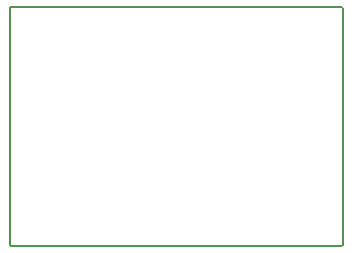
<source format=gko>
G04*
G04 #@! TF.GenerationSoftware,Altium Limited,Altium Designer,19.1.5 (86)*
G04*
G04 Layer_Color=16711935*
%FSAX25Y25*%
%MOIN*%
G70*
G01*
G75*
%ADD10C,0.00787*%
D10*
X0219811Y0195433D02*
G03*
X0219417Y0195827I-0000394J0000000D01*
G01*
X0219811Y0195433D02*
G03*
X0219417Y0195827I-0000394J0000000D01*
G01*
Y0116299D02*
G03*
X0219811Y0116693I0000000J0000394D01*
G01*
X0219417Y0116299D02*
G03*
X0219811Y0116693I0000000J0000394D01*
G01*
X0109181Y0195827D02*
G03*
X0108787Y0195433I0000000J-0000394D01*
G01*
X0109181Y0195827D02*
G03*
X0108787Y0195433I0000000J-0000394D01*
G01*
Y0116693D02*
G03*
X0109181Y0116299I0000394J0000000D01*
G01*
X0108787Y0116693D02*
G03*
X0109181Y0116299I0000394J0000000D01*
G01*
X0219811Y0116693D02*
Y0195433D01*
X0109181Y0195827D02*
X0219417Y0195827D01*
X0109181Y0116299D02*
X0219417Y0116299D01*
X0108787Y0116693D02*
Y0195433D01*
M02*

</source>
